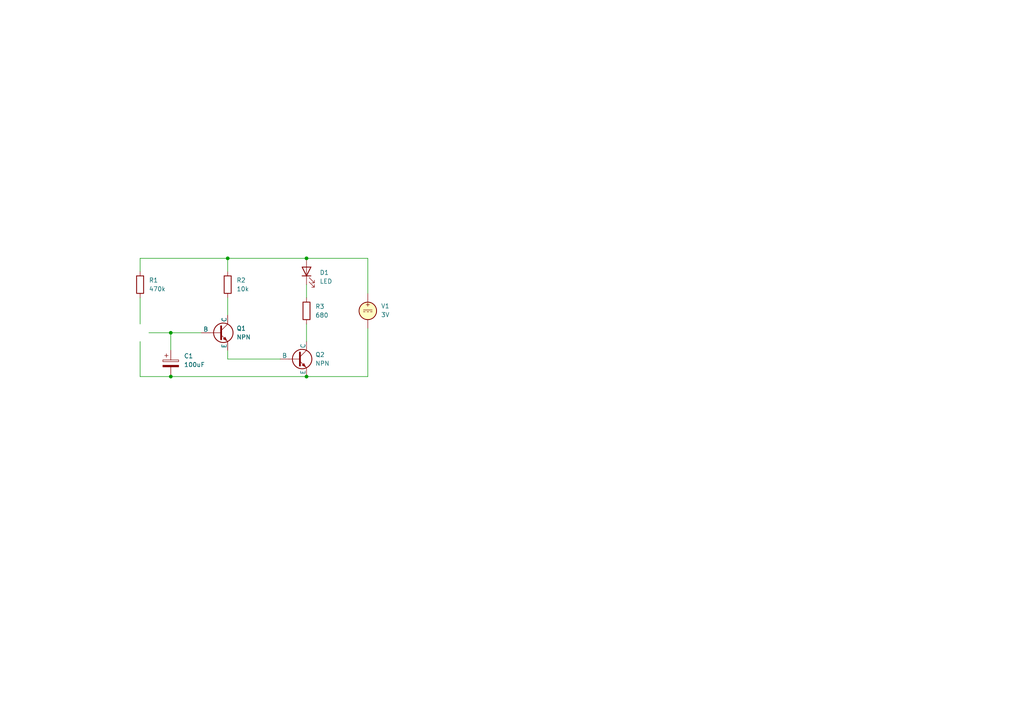
<source format=kicad_sch>
(kicad_sch (version 20250114) (generator "eeschema") (generator_version "9.0")
  (paper "A4")
  (lib_symbols
    (symbol "Device:C_Polarized" (pin_numbers (hide yes)) (pin_names (offset 0.254))
      (property "Reference" "C" (at 0.635 2.54 0))
      (property "Value" "C_Polarized" (at 0.635 -2.54 0))
      (symbol "C_Polarized_0_1"
        (rectangle (start -2.286 0.508) (end 2.286 1.016))
        (polyline (pts (xy -1.778 2.286) (xy -0.762 2.286)))
        (polyline (pts (xy -1.27 2.794) (xy -1.27 1.778)))
        (rectangle (start 2.286 -0.508) (end -2.286 -1.016) (fill (type outline)))
      )
      (symbol "C_Polarized_1_1"
        (pin passive line (at 0 3.81 270) (length 2.794) (name "~") (number "1"))
        (pin passive line (at 0 -3.81 90) (length 2.794) (name "~") (number "2"))
      )
    )
    (symbol "Device:LED" (pin_numbers (hide yes)) (pin_names (offset 1.016) (hide yes))
      (property "Reference" "D" (at 0 2.54 0))
      (property "Value" "LED" (at 0 -2.54 0))
      (symbol "LED_0_1"
        (polyline (pts (xy -3.048 -0.762) (xy -4.572 -2.286) (xy -3.81 -2.286) (xy -4.572 -2.286) (xy -4.572 -1.524)))
        (polyline (pts (xy -1.778 -0.762) (xy -3.302 -2.286) (xy -2.54 -2.286) (xy -3.302 -2.286) (xy -3.302 -1.524)))
        (polyline (pts (xy -1.27 0) (xy 1.27 0)))
        (polyline (pts (xy -1.27 -1.27) (xy -1.27 1.27)) (stroke (width 0.254)))
        (polyline (pts (xy 1.27 -1.27) (xy 1.27 1.27) (xy -1.27 0) (xy 1.27 -1.27)) (stroke (width 0.254)))
      )
      (symbol "LED_1_1"
        (pin passive line (at -3.81 0 0) (length 2.54) (name "K") (number "1"))
        (pin passive line (at 3.81 0 180) (length 2.54) (name "A") (number "2"))
      )
    )
    (symbol "Device:R" (pin_numbers (hide yes)) (pin_names (offset 0))
      (property "Reference" "R" (at 2.032 0 90))
      (property "Value" "R" (at 0 0 90))
      (symbol "R_0_1"
        (rectangle (start -1.016 -2.54) (end 1.016 2.54) (stroke (width 0.254)))
      )
      (symbol "R_1_1"
        (pin passive line (at 0 3.81 270) (length 1.27) (name "~") (number "1"))
        (pin passive line (at 0 -3.81 90) (length 1.27) (name "~") (number "2"))
      )
    )
    (symbol "Simulation_SPICE:NPN" (pin_numbers (hide yes)) (pin_names (offset 0))
      (property "Reference" "Q" (at -2.54 7.62 0))
      (property "Value" "NPN" (at -2.54 5.08 0))
      (symbol "NPN_0_1"
        (polyline (pts (xy -2.54 0) (xy 0.635 0)) (stroke (width 0.1524)))
        (polyline (pts (xy 0.635 1.905) (xy 0.635 -1.905) (xy 0.635 -1.905)) (stroke (width 0.508)))
        (polyline (pts (xy 0.635 0.635) (xy 2.54 2.54)))
        (polyline (pts (xy 0.635 -0.635) (xy 2.54 -2.54) (xy 2.54 -2.54)))
        (circle (center 1.27 0) (radius 2.8194) (stroke (width 0.254)))
        (polyline (pts (xy 1.27 -1.778) (xy 1.778 -1.27) (xy 2.286 -2.286) (xy 1.27 -1.778) (xy 1.27 -1.778)) (fill (type outline)))
        (polyline (pts (xy 2.794 -1.27) (xy 2.794 -1.27)) (stroke (width 0.1524)))
        (polyline (pts (xy 2.794 -1.27) (xy 2.794 -1.27)) (stroke (width 0.1524)))
      )
      (symbol "NPN_1_1"
        (pin input line (at -5.08 0 0) (length 2.54) (name "B") (number "2"))
        (pin open_collector line (at 2.54 5.08 270) (length 2.54) (name "C") (number "1"))
        (pin open_emitter line (at 2.54 -5.08 90) (length 2.54) (name "E") (number "3"))
      )
    )
    (symbol "Simulation_SPICE:VDC" (pin_numbers (hide yes)) (pin_names (offset 0.0254))
      (property "Reference" "V" (at 2.54 2.54 0))
      (property "Value" "1" (at 2.54 0 0))
      (symbol "VDC_0_0"
        (polyline (pts (xy -1.27 0.254) (xy 1.27 0.254)))
        (polyline (pts (xy -0.762 -0.254) (xy -1.27 -0.254)))
        (polyline (pts (xy 0.254 -0.254) (xy -0.254 -0.254)))
        (polyline (pts (xy 1.27 -0.254) (xy 0.762 -0.254)))
        (text "+" (at 0 1.905 0) (effects (font (size 1.27 1.27))))
      )
      (symbol "VDC_0_1"
        (circle (center 0 0) (radius 2.54) (stroke (width 0.254)) (fill (type background)))
      )
      (symbol "VDC_1_1"
        (pin passive line (at 0 5.08 270) (length 2.54) (name "~") (number "1"))
        (pin passive line (at 0 -5.08 90) (length 2.54) (name "~") (number "2"))
      )
    )
  )
  (junction (at 49.53 109.22))
  (junction (at 88.9 74.93))
  (junction (at 66.04 74.93))
  (junction (at 49.53 96.52))
  (junction (at 88.9 109.22))
  (wire (pts (xy 88.9 74.93) (xy 106.68 74.93)))
  (wire (pts (xy 66.04 78.74) (xy 66.04 74.93)))
  (wire (pts (xy 106.68 85.09) (xy 106.68 74.93)))
  (wire (pts (xy 66.04 74.93) (xy 88.9 74.93)))
  (wire (pts (xy 40.64 78.74) (xy 40.64 74.93)))
  (wire (pts (xy 49.53 109.22) (xy 88.9 109.22)))
  (wire (pts (xy 81.28 104.14) (xy 66.04 104.14)))
  (wire (pts (xy 88.9 82.55) (xy 88.9 86.36)))
  (wire (pts (xy 66.04 101.6) (xy 66.04 104.14)))
  (wire (pts (xy 40.64 109.22) (xy 49.53 109.22)))
  (wire (pts (xy 88.9 93.98) (xy 88.9 99.06)))
  (wire (pts (xy 66.04 86.36) (xy 66.04 91.44)))
  (wire (pts (xy 40.64 86.36) (xy 40.64 93.98)))
  (wire (pts (xy 106.68 95.25) (xy 106.68 109.22)))
  (wire (pts (xy 40.64 99.06) (xy 40.64 109.22)))
  (wire (pts (xy 58.42 96.52) (xy 49.53 96.52)))
  (wire (pts (xy 88.9 109.22) (xy 106.68 109.22)))
  (wire (pts (xy 43.18 96.52) (xy 49.53 96.52)))
  (wire (pts (xy 40.64 74.93) (xy 66.04 74.93)))
  (wire (pts (xy 49.53 96.52) (xy 49.53 101.6)))
  (symbol (lib_id "Device:C_Polarized") (at 49.53 105.41 0) (unit 1)
    (property "Reference" "C1" (at 53.34 103.2509 0) (effects (justify left)))
    (property "Value" "100uF" (at 53.34 105.7909 0) (effects (justify left)))
    (property "Description" "Polarized capacitor" (effects (hide yes)))
  )
  (symbol (lib_id "Device:LED") (at 88.9 78.74 90) (unit 1)
    (property "Reference" "D1" (at 92.71 79.0574 90) (effects (justify right)))
    (property "Value" "LED" (at 92.71 81.5974 90) (effects (justify right)))
    (property "Description" "Light emitting diode" (effects (hide yes)))
    (property "Sim.Pins" "1=A 2=K" (effects (hide yes)))
    (property "Sim.Device" "D" (effects (hide yes)))
  )
  (symbol (lib_id "Simulation_SPICE:VDC") (at 106.68 90.17 0) (unit 1)
    (property "Reference" "V1" (at 110.49 88.7701 0) (effects (justify left)))
    (property "Value" "3V" (at 110.49 91.3101 0) (effects (justify left)))
    (property "Datasheet" "https://ngspice.sourceforge.io/docs/ngspice-html-manual/manual.xhtml#sec_Independent_Sources_for" (effects (hide yes)))
    (property "Description" "Voltage source, DC" (effects (hide yes)))
    (property "Sim.Pins" "1=+ 2=-" (effects (hide yes)))
    (property "Sim.Type" "DC" (effects (hide yes)))
    (property "Sim.Device" "V" (effects (hide yes)))
  )
  (symbol (lib_id "Device:R") (at 88.9 90.17 0) (unit 1)
    (property "Reference" "R3" (at 91.44 88.8999 0) (effects (justify left)))
    (property "Value" "680" (at 91.44 91.4399 0) (effects (justify left)))
    (property "Description" "Resistor" (effects (hide yes)))
  )
  (symbol (lib_id "Device:R") (at 66.04 82.55 0) (unit 1)
    (property "Reference" "R2" (at 68.58 81.2799 0) (effects (justify left)))
    (property "Value" "10k" (at 68.58 83.8199 0) (effects (justify left)))
    (property "Description" "Resistor" (effects (hide yes)))
  )
  (symbol (lib_id "Device:R") (at 40.64 82.55 0) (unit 1)
    (property "Reference" "R1" (at 43.18 81.2799 0) (effects (justify left)))
    (property "Value" "470k" (at 43.18 83.8199 0) (effects (justify left)))
    (property "Description" "Resistor" (effects (hide yes)))
  )
  (symbol (lib_id "Simulation_SPICE:NPN") (at 86.36 104.14 0) (unit 1)
    (property "Reference" "Q2" (at 91.44 102.8699 0) (effects (justify left)))
    (property "Value" "NPN" (at 91.44 105.4099 0) (effects (justify left)))
    (property "Datasheet" "https://ngspice.sourceforge.io/docs/ngspice-html-manual/manual.xhtml#cha_BJTs" (effects (hide yes)))
    (property "Description" "Bipolar transistor symbol for simulation only, substrate tied to the emitter" (effects (hide yes)))
    (property "Sim.Device" "NPN" (effects (hide yes)))
    (property "Sim.Type" "GUMMELPOON" (effects (hide yes)))
    (property "Sim.Pins" "1=C 2=B 3=E" (effects (hide yes)))
  )
  (symbol (lib_id "Simulation_SPICE:NPN") (at 63.5 96.52 0) (unit 1)
    (property "Reference" "Q1" (at 68.58 95.2499 0) (effects (justify left)))
    (property "Value" "NPN" (at 68.58 97.7899 0) (effects (justify left)))
    (property "Datasheet" "https://ngspice.sourceforge.io/docs/ngspice-html-manual/manual.xhtml#cha_BJTs" (effects (hide yes)))
    (property "Description" "Bipolar transistor symbol for simulation only, substrate tied to the emitter" (effects (hide yes)))
    (property "Sim.Device" "NPN" (effects (hide yes)))
    (property "Sim.Type" "GUMMELPOON" (effects (hide yes)))
    (property "Sim.Pins" "1=C 2=B 3=E" (effects (hide yes)))
  )
)
</source>
